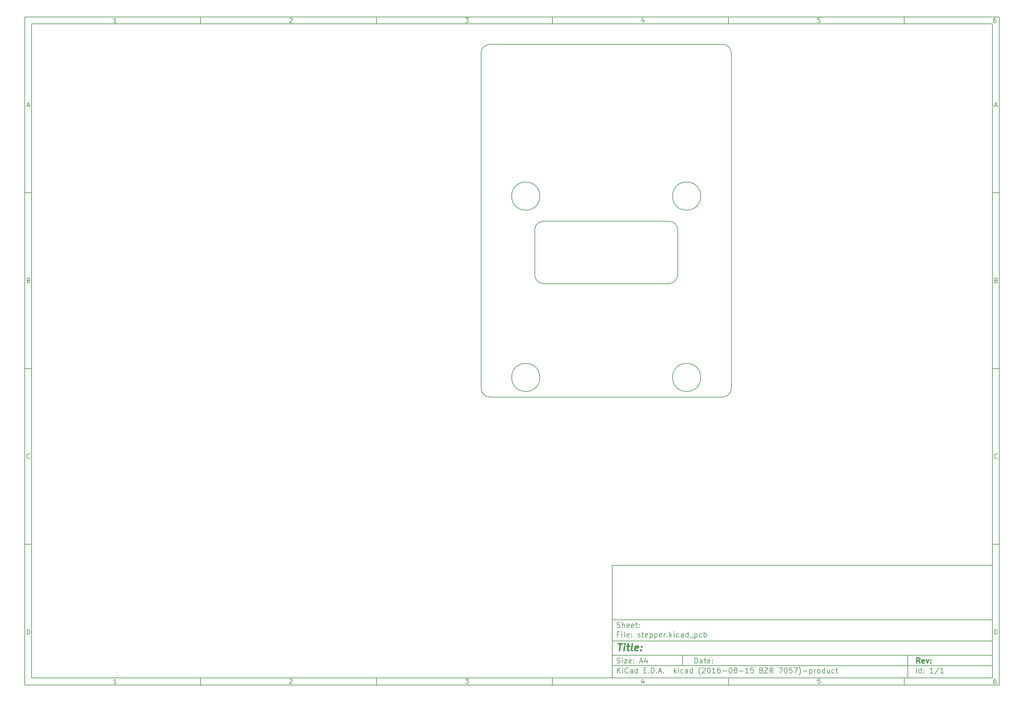
<source format=gbr>
G04 #@! TF.FileFunction,Other,Comment*
%FSLAX46Y46*%
G04 Gerber Fmt 4.6, Leading zero omitted, Abs format (unit mm)*
G04 Created by KiCad (PCBNEW (2016-08-15 BZR 7057)-product) date Tue Nov  8 12:42:18 2016*
%MOMM*%
%LPD*%
G01*
G04 APERTURE LIST*
%ADD10C,0.100000*%
%ADD11C,0.150000*%
%ADD12C,0.300000*%
%ADD13C,0.400000*%
G04 APERTURE END LIST*
D10*
D11*
X177002200Y-166007200D02*
X177002200Y-198007200D01*
X285002200Y-198007200D01*
X285002200Y-166007200D01*
X177002200Y-166007200D01*
D10*
D11*
X10000000Y-10000000D02*
X10000000Y-200007200D01*
X287002200Y-200007200D01*
X287002200Y-10000000D01*
X10000000Y-10000000D01*
D10*
D11*
X12000000Y-12000000D02*
X12000000Y-198007200D01*
X285002200Y-198007200D01*
X285002200Y-12000000D01*
X12000000Y-12000000D01*
D10*
D11*
X60000000Y-12000000D02*
X60000000Y-10000000D01*
D10*
D11*
X110000000Y-12000000D02*
X110000000Y-10000000D01*
D10*
D11*
X160000000Y-12000000D02*
X160000000Y-10000000D01*
D10*
D11*
X210000000Y-12000000D02*
X210000000Y-10000000D01*
D10*
D11*
X260000000Y-12000000D02*
X260000000Y-10000000D01*
D10*
D11*
X36065476Y-11588095D02*
X35322619Y-11588095D01*
X35694047Y-11588095D02*
X35694047Y-10288095D01*
X35570238Y-10473809D01*
X35446428Y-10597619D01*
X35322619Y-10659523D01*
D10*
D11*
X85322619Y-10411904D02*
X85384523Y-10350000D01*
X85508333Y-10288095D01*
X85817857Y-10288095D01*
X85941666Y-10350000D01*
X86003571Y-10411904D01*
X86065476Y-10535714D01*
X86065476Y-10659523D01*
X86003571Y-10845238D01*
X85260714Y-11588095D01*
X86065476Y-11588095D01*
D10*
D11*
X135260714Y-10288095D02*
X136065476Y-10288095D01*
X135632142Y-10783333D01*
X135817857Y-10783333D01*
X135941666Y-10845238D01*
X136003571Y-10907142D01*
X136065476Y-11030952D01*
X136065476Y-11340476D01*
X136003571Y-11464285D01*
X135941666Y-11526190D01*
X135817857Y-11588095D01*
X135446428Y-11588095D01*
X135322619Y-11526190D01*
X135260714Y-11464285D01*
D10*
D11*
X185941666Y-10721428D02*
X185941666Y-11588095D01*
X185632142Y-10226190D02*
X185322619Y-11154761D01*
X186127380Y-11154761D01*
D10*
D11*
X236003571Y-10288095D02*
X235384523Y-10288095D01*
X235322619Y-10907142D01*
X235384523Y-10845238D01*
X235508333Y-10783333D01*
X235817857Y-10783333D01*
X235941666Y-10845238D01*
X236003571Y-10907142D01*
X236065476Y-11030952D01*
X236065476Y-11340476D01*
X236003571Y-11464285D01*
X235941666Y-11526190D01*
X235817857Y-11588095D01*
X235508333Y-11588095D01*
X235384523Y-11526190D01*
X235322619Y-11464285D01*
D10*
D11*
X285941666Y-10288095D02*
X285694047Y-10288095D01*
X285570238Y-10350000D01*
X285508333Y-10411904D01*
X285384523Y-10597619D01*
X285322619Y-10845238D01*
X285322619Y-11340476D01*
X285384523Y-11464285D01*
X285446428Y-11526190D01*
X285570238Y-11588095D01*
X285817857Y-11588095D01*
X285941666Y-11526190D01*
X286003571Y-11464285D01*
X286065476Y-11340476D01*
X286065476Y-11030952D01*
X286003571Y-10907142D01*
X285941666Y-10845238D01*
X285817857Y-10783333D01*
X285570238Y-10783333D01*
X285446428Y-10845238D01*
X285384523Y-10907142D01*
X285322619Y-11030952D01*
D10*
D11*
X60000000Y-198007200D02*
X60000000Y-200007200D01*
D10*
D11*
X110000000Y-198007200D02*
X110000000Y-200007200D01*
D10*
D11*
X160000000Y-198007200D02*
X160000000Y-200007200D01*
D10*
D11*
X210000000Y-198007200D02*
X210000000Y-200007200D01*
D10*
D11*
X260000000Y-198007200D02*
X260000000Y-200007200D01*
D10*
D11*
X36065476Y-199595295D02*
X35322619Y-199595295D01*
X35694047Y-199595295D02*
X35694047Y-198295295D01*
X35570238Y-198481009D01*
X35446428Y-198604819D01*
X35322619Y-198666723D01*
D10*
D11*
X85322619Y-198419104D02*
X85384523Y-198357200D01*
X85508333Y-198295295D01*
X85817857Y-198295295D01*
X85941666Y-198357200D01*
X86003571Y-198419104D01*
X86065476Y-198542914D01*
X86065476Y-198666723D01*
X86003571Y-198852438D01*
X85260714Y-199595295D01*
X86065476Y-199595295D01*
D10*
D11*
X135260714Y-198295295D02*
X136065476Y-198295295D01*
X135632142Y-198790533D01*
X135817857Y-198790533D01*
X135941666Y-198852438D01*
X136003571Y-198914342D01*
X136065476Y-199038152D01*
X136065476Y-199347676D01*
X136003571Y-199471485D01*
X135941666Y-199533390D01*
X135817857Y-199595295D01*
X135446428Y-199595295D01*
X135322619Y-199533390D01*
X135260714Y-199471485D01*
D10*
D11*
X185941666Y-198728628D02*
X185941666Y-199595295D01*
X185632142Y-198233390D02*
X185322619Y-199161961D01*
X186127380Y-199161961D01*
D10*
D11*
X236003571Y-198295295D02*
X235384523Y-198295295D01*
X235322619Y-198914342D01*
X235384523Y-198852438D01*
X235508333Y-198790533D01*
X235817857Y-198790533D01*
X235941666Y-198852438D01*
X236003571Y-198914342D01*
X236065476Y-199038152D01*
X236065476Y-199347676D01*
X236003571Y-199471485D01*
X235941666Y-199533390D01*
X235817857Y-199595295D01*
X235508333Y-199595295D01*
X235384523Y-199533390D01*
X235322619Y-199471485D01*
D10*
D11*
X285941666Y-198295295D02*
X285694047Y-198295295D01*
X285570238Y-198357200D01*
X285508333Y-198419104D01*
X285384523Y-198604819D01*
X285322619Y-198852438D01*
X285322619Y-199347676D01*
X285384523Y-199471485D01*
X285446428Y-199533390D01*
X285570238Y-199595295D01*
X285817857Y-199595295D01*
X285941666Y-199533390D01*
X286003571Y-199471485D01*
X286065476Y-199347676D01*
X286065476Y-199038152D01*
X286003571Y-198914342D01*
X285941666Y-198852438D01*
X285817857Y-198790533D01*
X285570238Y-198790533D01*
X285446428Y-198852438D01*
X285384523Y-198914342D01*
X285322619Y-199038152D01*
D10*
D11*
X10000000Y-60000000D02*
X12000000Y-60000000D01*
D10*
D11*
X10000000Y-110000000D02*
X12000000Y-110000000D01*
D10*
D11*
X10000000Y-160000000D02*
X12000000Y-160000000D01*
D10*
D11*
X10690476Y-35216666D02*
X11309523Y-35216666D01*
X10566666Y-35588095D02*
X11000000Y-34288095D01*
X11433333Y-35588095D01*
D10*
D11*
X11092857Y-84907142D02*
X11278571Y-84969047D01*
X11340476Y-85030952D01*
X11402380Y-85154761D01*
X11402380Y-85340476D01*
X11340476Y-85464285D01*
X11278571Y-85526190D01*
X11154761Y-85588095D01*
X10659523Y-85588095D01*
X10659523Y-84288095D01*
X11092857Y-84288095D01*
X11216666Y-84350000D01*
X11278571Y-84411904D01*
X11340476Y-84535714D01*
X11340476Y-84659523D01*
X11278571Y-84783333D01*
X11216666Y-84845238D01*
X11092857Y-84907142D01*
X10659523Y-84907142D01*
D10*
D11*
X11402380Y-135464285D02*
X11340476Y-135526190D01*
X11154761Y-135588095D01*
X11030952Y-135588095D01*
X10845238Y-135526190D01*
X10721428Y-135402380D01*
X10659523Y-135278571D01*
X10597619Y-135030952D01*
X10597619Y-134845238D01*
X10659523Y-134597619D01*
X10721428Y-134473809D01*
X10845238Y-134350000D01*
X11030952Y-134288095D01*
X11154761Y-134288095D01*
X11340476Y-134350000D01*
X11402380Y-134411904D01*
D10*
D11*
X10659523Y-185588095D02*
X10659523Y-184288095D01*
X10969047Y-184288095D01*
X11154761Y-184350000D01*
X11278571Y-184473809D01*
X11340476Y-184597619D01*
X11402380Y-184845238D01*
X11402380Y-185030952D01*
X11340476Y-185278571D01*
X11278571Y-185402380D01*
X11154761Y-185526190D01*
X10969047Y-185588095D01*
X10659523Y-185588095D01*
D10*
D11*
X287002200Y-60000000D02*
X285002200Y-60000000D01*
D10*
D11*
X287002200Y-110000000D02*
X285002200Y-110000000D01*
D10*
D11*
X287002200Y-160000000D02*
X285002200Y-160000000D01*
D10*
D11*
X285692676Y-35216666D02*
X286311723Y-35216666D01*
X285568866Y-35588095D02*
X286002200Y-34288095D01*
X286435533Y-35588095D01*
D10*
D11*
X286095057Y-84907142D02*
X286280771Y-84969047D01*
X286342676Y-85030952D01*
X286404580Y-85154761D01*
X286404580Y-85340476D01*
X286342676Y-85464285D01*
X286280771Y-85526190D01*
X286156961Y-85588095D01*
X285661723Y-85588095D01*
X285661723Y-84288095D01*
X286095057Y-84288095D01*
X286218866Y-84350000D01*
X286280771Y-84411904D01*
X286342676Y-84535714D01*
X286342676Y-84659523D01*
X286280771Y-84783333D01*
X286218866Y-84845238D01*
X286095057Y-84907142D01*
X285661723Y-84907142D01*
D10*
D11*
X286404580Y-135464285D02*
X286342676Y-135526190D01*
X286156961Y-135588095D01*
X286033152Y-135588095D01*
X285847438Y-135526190D01*
X285723628Y-135402380D01*
X285661723Y-135278571D01*
X285599819Y-135030952D01*
X285599819Y-134845238D01*
X285661723Y-134597619D01*
X285723628Y-134473809D01*
X285847438Y-134350000D01*
X286033152Y-134288095D01*
X286156961Y-134288095D01*
X286342676Y-134350000D01*
X286404580Y-134411904D01*
D10*
D11*
X285661723Y-185588095D02*
X285661723Y-184288095D01*
X285971247Y-184288095D01*
X286156961Y-184350000D01*
X286280771Y-184473809D01*
X286342676Y-184597619D01*
X286404580Y-184845238D01*
X286404580Y-185030952D01*
X286342676Y-185278571D01*
X286280771Y-185402380D01*
X286156961Y-185526190D01*
X285971247Y-185588095D01*
X285661723Y-185588095D01*
D10*
D11*
X200434342Y-193785771D02*
X200434342Y-192285771D01*
X200791485Y-192285771D01*
X201005771Y-192357200D01*
X201148628Y-192500057D01*
X201220057Y-192642914D01*
X201291485Y-192928628D01*
X201291485Y-193142914D01*
X201220057Y-193428628D01*
X201148628Y-193571485D01*
X201005771Y-193714342D01*
X200791485Y-193785771D01*
X200434342Y-193785771D01*
X202577200Y-193785771D02*
X202577200Y-193000057D01*
X202505771Y-192857200D01*
X202362914Y-192785771D01*
X202077200Y-192785771D01*
X201934342Y-192857200D01*
X202577200Y-193714342D02*
X202434342Y-193785771D01*
X202077200Y-193785771D01*
X201934342Y-193714342D01*
X201862914Y-193571485D01*
X201862914Y-193428628D01*
X201934342Y-193285771D01*
X202077200Y-193214342D01*
X202434342Y-193214342D01*
X202577200Y-193142914D01*
X203077200Y-192785771D02*
X203648628Y-192785771D01*
X203291485Y-192285771D02*
X203291485Y-193571485D01*
X203362914Y-193714342D01*
X203505771Y-193785771D01*
X203648628Y-193785771D01*
X204720057Y-193714342D02*
X204577200Y-193785771D01*
X204291485Y-193785771D01*
X204148628Y-193714342D01*
X204077200Y-193571485D01*
X204077200Y-193000057D01*
X204148628Y-192857200D01*
X204291485Y-192785771D01*
X204577200Y-192785771D01*
X204720057Y-192857200D01*
X204791485Y-193000057D01*
X204791485Y-193142914D01*
X204077200Y-193285771D01*
X205434342Y-193642914D02*
X205505771Y-193714342D01*
X205434342Y-193785771D01*
X205362914Y-193714342D01*
X205434342Y-193642914D01*
X205434342Y-193785771D01*
X205434342Y-192857200D02*
X205505771Y-192928628D01*
X205434342Y-193000057D01*
X205362914Y-192928628D01*
X205434342Y-192857200D01*
X205434342Y-193000057D01*
D10*
D11*
X177002200Y-194507200D02*
X285002200Y-194507200D01*
D10*
D11*
X178434342Y-196585771D02*
X178434342Y-195085771D01*
X179291485Y-196585771D02*
X178648628Y-195728628D01*
X179291485Y-195085771D02*
X178434342Y-195942914D01*
X179934342Y-196585771D02*
X179934342Y-195585771D01*
X179934342Y-195085771D02*
X179862914Y-195157200D01*
X179934342Y-195228628D01*
X180005771Y-195157200D01*
X179934342Y-195085771D01*
X179934342Y-195228628D01*
X181505771Y-196442914D02*
X181434342Y-196514342D01*
X181220057Y-196585771D01*
X181077200Y-196585771D01*
X180862914Y-196514342D01*
X180720057Y-196371485D01*
X180648628Y-196228628D01*
X180577200Y-195942914D01*
X180577200Y-195728628D01*
X180648628Y-195442914D01*
X180720057Y-195300057D01*
X180862914Y-195157200D01*
X181077200Y-195085771D01*
X181220057Y-195085771D01*
X181434342Y-195157200D01*
X181505771Y-195228628D01*
X182791485Y-196585771D02*
X182791485Y-195800057D01*
X182720057Y-195657200D01*
X182577200Y-195585771D01*
X182291485Y-195585771D01*
X182148628Y-195657200D01*
X182791485Y-196514342D02*
X182648628Y-196585771D01*
X182291485Y-196585771D01*
X182148628Y-196514342D01*
X182077200Y-196371485D01*
X182077200Y-196228628D01*
X182148628Y-196085771D01*
X182291485Y-196014342D01*
X182648628Y-196014342D01*
X182791485Y-195942914D01*
X184148628Y-196585771D02*
X184148628Y-195085771D01*
X184148628Y-196514342D02*
X184005771Y-196585771D01*
X183720057Y-196585771D01*
X183577200Y-196514342D01*
X183505771Y-196442914D01*
X183434342Y-196300057D01*
X183434342Y-195871485D01*
X183505771Y-195728628D01*
X183577200Y-195657200D01*
X183720057Y-195585771D01*
X184005771Y-195585771D01*
X184148628Y-195657200D01*
X186005771Y-195800057D02*
X186505771Y-195800057D01*
X186720057Y-196585771D02*
X186005771Y-196585771D01*
X186005771Y-195085771D01*
X186720057Y-195085771D01*
X187362914Y-196442914D02*
X187434342Y-196514342D01*
X187362914Y-196585771D01*
X187291485Y-196514342D01*
X187362914Y-196442914D01*
X187362914Y-196585771D01*
X188077200Y-196585771D02*
X188077200Y-195085771D01*
X188434342Y-195085771D01*
X188648628Y-195157200D01*
X188791485Y-195300057D01*
X188862914Y-195442914D01*
X188934342Y-195728628D01*
X188934342Y-195942914D01*
X188862914Y-196228628D01*
X188791485Y-196371485D01*
X188648628Y-196514342D01*
X188434342Y-196585771D01*
X188077200Y-196585771D01*
X189577200Y-196442914D02*
X189648628Y-196514342D01*
X189577200Y-196585771D01*
X189505771Y-196514342D01*
X189577200Y-196442914D01*
X189577200Y-196585771D01*
X190220057Y-196157200D02*
X190934342Y-196157200D01*
X190077200Y-196585771D02*
X190577200Y-195085771D01*
X191077200Y-196585771D01*
X191577200Y-196442914D02*
X191648628Y-196514342D01*
X191577200Y-196585771D01*
X191505771Y-196514342D01*
X191577200Y-196442914D01*
X191577200Y-196585771D01*
X194577200Y-196585771D02*
X194577200Y-195085771D01*
X194720057Y-196014342D02*
X195148628Y-196585771D01*
X195148628Y-195585771D02*
X194577200Y-196157200D01*
X195791485Y-196585771D02*
X195791485Y-195585771D01*
X195791485Y-195085771D02*
X195720057Y-195157200D01*
X195791485Y-195228628D01*
X195862914Y-195157200D01*
X195791485Y-195085771D01*
X195791485Y-195228628D01*
X197148628Y-196514342D02*
X197005771Y-196585771D01*
X196720057Y-196585771D01*
X196577200Y-196514342D01*
X196505771Y-196442914D01*
X196434342Y-196300057D01*
X196434342Y-195871485D01*
X196505771Y-195728628D01*
X196577200Y-195657200D01*
X196720057Y-195585771D01*
X197005771Y-195585771D01*
X197148628Y-195657200D01*
X198434342Y-196585771D02*
X198434342Y-195800057D01*
X198362914Y-195657200D01*
X198220057Y-195585771D01*
X197934342Y-195585771D01*
X197791485Y-195657200D01*
X198434342Y-196514342D02*
X198291485Y-196585771D01*
X197934342Y-196585771D01*
X197791485Y-196514342D01*
X197720057Y-196371485D01*
X197720057Y-196228628D01*
X197791485Y-196085771D01*
X197934342Y-196014342D01*
X198291485Y-196014342D01*
X198434342Y-195942914D01*
X199791485Y-196585771D02*
X199791485Y-195085771D01*
X199791485Y-196514342D02*
X199648628Y-196585771D01*
X199362914Y-196585771D01*
X199220057Y-196514342D01*
X199148628Y-196442914D01*
X199077200Y-196300057D01*
X199077200Y-195871485D01*
X199148628Y-195728628D01*
X199220057Y-195657200D01*
X199362914Y-195585771D01*
X199648628Y-195585771D01*
X199791485Y-195657200D01*
X202077200Y-197157200D02*
X202005771Y-197085771D01*
X201862914Y-196871485D01*
X201791485Y-196728628D01*
X201720057Y-196514342D01*
X201648628Y-196157200D01*
X201648628Y-195871485D01*
X201720057Y-195514342D01*
X201791485Y-195300057D01*
X201862914Y-195157200D01*
X202005771Y-194942914D01*
X202077200Y-194871485D01*
X202577200Y-195228628D02*
X202648628Y-195157200D01*
X202791485Y-195085771D01*
X203148628Y-195085771D01*
X203291485Y-195157200D01*
X203362914Y-195228628D01*
X203434342Y-195371485D01*
X203434342Y-195514342D01*
X203362914Y-195728628D01*
X202505771Y-196585771D01*
X203434342Y-196585771D01*
X204362914Y-195085771D02*
X204505771Y-195085771D01*
X204648628Y-195157200D01*
X204720057Y-195228628D01*
X204791485Y-195371485D01*
X204862914Y-195657200D01*
X204862914Y-196014342D01*
X204791485Y-196300057D01*
X204720057Y-196442914D01*
X204648628Y-196514342D01*
X204505771Y-196585771D01*
X204362914Y-196585771D01*
X204220057Y-196514342D01*
X204148628Y-196442914D01*
X204077200Y-196300057D01*
X204005771Y-196014342D01*
X204005771Y-195657200D01*
X204077200Y-195371485D01*
X204148628Y-195228628D01*
X204220057Y-195157200D01*
X204362914Y-195085771D01*
X206291485Y-196585771D02*
X205434342Y-196585771D01*
X205862914Y-196585771D02*
X205862914Y-195085771D01*
X205720057Y-195300057D01*
X205577200Y-195442914D01*
X205434342Y-195514342D01*
X207577200Y-195085771D02*
X207291485Y-195085771D01*
X207148628Y-195157200D01*
X207077200Y-195228628D01*
X206934342Y-195442914D01*
X206862914Y-195728628D01*
X206862914Y-196300057D01*
X206934342Y-196442914D01*
X207005771Y-196514342D01*
X207148628Y-196585771D01*
X207434342Y-196585771D01*
X207577200Y-196514342D01*
X207648628Y-196442914D01*
X207720057Y-196300057D01*
X207720057Y-195942914D01*
X207648628Y-195800057D01*
X207577200Y-195728628D01*
X207434342Y-195657200D01*
X207148628Y-195657200D01*
X207005771Y-195728628D01*
X206934342Y-195800057D01*
X206862914Y-195942914D01*
X208362914Y-196014342D02*
X209505771Y-196014342D01*
X210505771Y-195085771D02*
X210648628Y-195085771D01*
X210791485Y-195157200D01*
X210862914Y-195228628D01*
X210934342Y-195371485D01*
X211005771Y-195657200D01*
X211005771Y-196014342D01*
X210934342Y-196300057D01*
X210862914Y-196442914D01*
X210791485Y-196514342D01*
X210648628Y-196585771D01*
X210505771Y-196585771D01*
X210362914Y-196514342D01*
X210291485Y-196442914D01*
X210220057Y-196300057D01*
X210148628Y-196014342D01*
X210148628Y-195657200D01*
X210220057Y-195371485D01*
X210291485Y-195228628D01*
X210362914Y-195157200D01*
X210505771Y-195085771D01*
X211862914Y-195728628D02*
X211720057Y-195657200D01*
X211648628Y-195585771D01*
X211577200Y-195442914D01*
X211577200Y-195371485D01*
X211648628Y-195228628D01*
X211720057Y-195157200D01*
X211862914Y-195085771D01*
X212148628Y-195085771D01*
X212291485Y-195157200D01*
X212362914Y-195228628D01*
X212434342Y-195371485D01*
X212434342Y-195442914D01*
X212362914Y-195585771D01*
X212291485Y-195657200D01*
X212148628Y-195728628D01*
X211862914Y-195728628D01*
X211720057Y-195800057D01*
X211648628Y-195871485D01*
X211577200Y-196014342D01*
X211577200Y-196300057D01*
X211648628Y-196442914D01*
X211720057Y-196514342D01*
X211862914Y-196585771D01*
X212148628Y-196585771D01*
X212291485Y-196514342D01*
X212362914Y-196442914D01*
X212434342Y-196300057D01*
X212434342Y-196014342D01*
X212362914Y-195871485D01*
X212291485Y-195800057D01*
X212148628Y-195728628D01*
X213077200Y-196014342D02*
X214220057Y-196014342D01*
X215720057Y-196585771D02*
X214862914Y-196585771D01*
X215291485Y-196585771D02*
X215291485Y-195085771D01*
X215148628Y-195300057D01*
X215005771Y-195442914D01*
X214862914Y-195514342D01*
X217077200Y-195085771D02*
X216362914Y-195085771D01*
X216291485Y-195800057D01*
X216362914Y-195728628D01*
X216505771Y-195657200D01*
X216862914Y-195657200D01*
X217005771Y-195728628D01*
X217077200Y-195800057D01*
X217148628Y-195942914D01*
X217148628Y-196300057D01*
X217077200Y-196442914D01*
X217005771Y-196514342D01*
X216862914Y-196585771D01*
X216505771Y-196585771D01*
X216362914Y-196514342D01*
X216291485Y-196442914D01*
X219434342Y-195800057D02*
X219648628Y-195871485D01*
X219720057Y-195942914D01*
X219791485Y-196085771D01*
X219791485Y-196300057D01*
X219720057Y-196442914D01*
X219648628Y-196514342D01*
X219505771Y-196585771D01*
X218934342Y-196585771D01*
X218934342Y-195085771D01*
X219434342Y-195085771D01*
X219577200Y-195157200D01*
X219648628Y-195228628D01*
X219720057Y-195371485D01*
X219720057Y-195514342D01*
X219648628Y-195657200D01*
X219577200Y-195728628D01*
X219434342Y-195800057D01*
X218934342Y-195800057D01*
X220291485Y-195085771D02*
X221291485Y-195085771D01*
X220291485Y-196585771D01*
X221291485Y-196585771D01*
X222720057Y-196585771D02*
X222220057Y-195871485D01*
X221862914Y-196585771D02*
X221862914Y-195085771D01*
X222434342Y-195085771D01*
X222577200Y-195157200D01*
X222648628Y-195228628D01*
X222720057Y-195371485D01*
X222720057Y-195585771D01*
X222648628Y-195728628D01*
X222577200Y-195800057D01*
X222434342Y-195871485D01*
X221862914Y-195871485D01*
X224362914Y-195085771D02*
X225362914Y-195085771D01*
X224720057Y-196585771D01*
X226220057Y-195085771D02*
X226362914Y-195085771D01*
X226505771Y-195157200D01*
X226577200Y-195228628D01*
X226648628Y-195371485D01*
X226720057Y-195657200D01*
X226720057Y-196014342D01*
X226648628Y-196300057D01*
X226577200Y-196442914D01*
X226505771Y-196514342D01*
X226362914Y-196585771D01*
X226220057Y-196585771D01*
X226077200Y-196514342D01*
X226005771Y-196442914D01*
X225934342Y-196300057D01*
X225862914Y-196014342D01*
X225862914Y-195657200D01*
X225934342Y-195371485D01*
X226005771Y-195228628D01*
X226077200Y-195157200D01*
X226220057Y-195085771D01*
X228077200Y-195085771D02*
X227362914Y-195085771D01*
X227291485Y-195800057D01*
X227362914Y-195728628D01*
X227505771Y-195657200D01*
X227862914Y-195657200D01*
X228005771Y-195728628D01*
X228077200Y-195800057D01*
X228148628Y-195942914D01*
X228148628Y-196300057D01*
X228077200Y-196442914D01*
X228005771Y-196514342D01*
X227862914Y-196585771D01*
X227505771Y-196585771D01*
X227362914Y-196514342D01*
X227291485Y-196442914D01*
X228648628Y-195085771D02*
X229648628Y-195085771D01*
X229005771Y-196585771D01*
X230077199Y-197157200D02*
X230148628Y-197085771D01*
X230291485Y-196871485D01*
X230362914Y-196728628D01*
X230434342Y-196514342D01*
X230505771Y-196157200D01*
X230505771Y-195871485D01*
X230434342Y-195514342D01*
X230362914Y-195300057D01*
X230291485Y-195157200D01*
X230148628Y-194942914D01*
X230077199Y-194871485D01*
X231220057Y-196014342D02*
X232362914Y-196014342D01*
X233077199Y-195585771D02*
X233077199Y-197085771D01*
X233077199Y-195657200D02*
X233220057Y-195585771D01*
X233505771Y-195585771D01*
X233648628Y-195657200D01*
X233720057Y-195728628D01*
X233791485Y-195871485D01*
X233791485Y-196300057D01*
X233720057Y-196442914D01*
X233648628Y-196514342D01*
X233505771Y-196585771D01*
X233220057Y-196585771D01*
X233077199Y-196514342D01*
X234434342Y-196585771D02*
X234434342Y-195585771D01*
X234434342Y-195871485D02*
X234505771Y-195728628D01*
X234577199Y-195657200D01*
X234720057Y-195585771D01*
X234862914Y-195585771D01*
X235577199Y-196585771D02*
X235434342Y-196514342D01*
X235362914Y-196442914D01*
X235291485Y-196300057D01*
X235291485Y-195871485D01*
X235362914Y-195728628D01*
X235434342Y-195657200D01*
X235577199Y-195585771D01*
X235791485Y-195585771D01*
X235934342Y-195657200D01*
X236005771Y-195728628D01*
X236077199Y-195871485D01*
X236077199Y-196300057D01*
X236005771Y-196442914D01*
X235934342Y-196514342D01*
X235791485Y-196585771D01*
X235577199Y-196585771D01*
X237362914Y-196585771D02*
X237362914Y-195085771D01*
X237362914Y-196514342D02*
X237220057Y-196585771D01*
X236934342Y-196585771D01*
X236791485Y-196514342D01*
X236720057Y-196442914D01*
X236648628Y-196300057D01*
X236648628Y-195871485D01*
X236720057Y-195728628D01*
X236791485Y-195657200D01*
X236934342Y-195585771D01*
X237220057Y-195585771D01*
X237362914Y-195657200D01*
X238720057Y-195585771D02*
X238720057Y-196585771D01*
X238077199Y-195585771D02*
X238077199Y-196371485D01*
X238148628Y-196514342D01*
X238291485Y-196585771D01*
X238505771Y-196585771D01*
X238648628Y-196514342D01*
X238720057Y-196442914D01*
X240077199Y-196514342D02*
X239934342Y-196585771D01*
X239648628Y-196585771D01*
X239505771Y-196514342D01*
X239434342Y-196442914D01*
X239362914Y-196300057D01*
X239362914Y-195871485D01*
X239434342Y-195728628D01*
X239505771Y-195657200D01*
X239648628Y-195585771D01*
X239934342Y-195585771D01*
X240077199Y-195657200D01*
X240505771Y-195585771D02*
X241077199Y-195585771D01*
X240720057Y-195085771D02*
X240720057Y-196371485D01*
X240791485Y-196514342D01*
X240934342Y-196585771D01*
X241077199Y-196585771D01*
D10*
D11*
X177002200Y-191507200D02*
X285002200Y-191507200D01*
D10*
D12*
X264411485Y-193785771D02*
X263911485Y-193071485D01*
X263554342Y-193785771D02*
X263554342Y-192285771D01*
X264125771Y-192285771D01*
X264268628Y-192357200D01*
X264340057Y-192428628D01*
X264411485Y-192571485D01*
X264411485Y-192785771D01*
X264340057Y-192928628D01*
X264268628Y-193000057D01*
X264125771Y-193071485D01*
X263554342Y-193071485D01*
X265625771Y-193714342D02*
X265482914Y-193785771D01*
X265197200Y-193785771D01*
X265054342Y-193714342D01*
X264982914Y-193571485D01*
X264982914Y-193000057D01*
X265054342Y-192857200D01*
X265197200Y-192785771D01*
X265482914Y-192785771D01*
X265625771Y-192857200D01*
X265697200Y-193000057D01*
X265697200Y-193142914D01*
X264982914Y-193285771D01*
X266197200Y-192785771D02*
X266554342Y-193785771D01*
X266911485Y-192785771D01*
X267482914Y-193642914D02*
X267554342Y-193714342D01*
X267482914Y-193785771D01*
X267411485Y-193714342D01*
X267482914Y-193642914D01*
X267482914Y-193785771D01*
X267482914Y-192857200D02*
X267554342Y-192928628D01*
X267482914Y-193000057D01*
X267411485Y-192928628D01*
X267482914Y-192857200D01*
X267482914Y-193000057D01*
D10*
D11*
X178362914Y-193714342D02*
X178577200Y-193785771D01*
X178934342Y-193785771D01*
X179077200Y-193714342D01*
X179148628Y-193642914D01*
X179220057Y-193500057D01*
X179220057Y-193357200D01*
X179148628Y-193214342D01*
X179077200Y-193142914D01*
X178934342Y-193071485D01*
X178648628Y-193000057D01*
X178505771Y-192928628D01*
X178434342Y-192857200D01*
X178362914Y-192714342D01*
X178362914Y-192571485D01*
X178434342Y-192428628D01*
X178505771Y-192357200D01*
X178648628Y-192285771D01*
X179005771Y-192285771D01*
X179220057Y-192357200D01*
X179862914Y-193785771D02*
X179862914Y-192785771D01*
X179862914Y-192285771D02*
X179791485Y-192357200D01*
X179862914Y-192428628D01*
X179934342Y-192357200D01*
X179862914Y-192285771D01*
X179862914Y-192428628D01*
X180434342Y-192785771D02*
X181220057Y-192785771D01*
X180434342Y-193785771D01*
X181220057Y-193785771D01*
X182362914Y-193714342D02*
X182220057Y-193785771D01*
X181934342Y-193785771D01*
X181791485Y-193714342D01*
X181720057Y-193571485D01*
X181720057Y-193000057D01*
X181791485Y-192857200D01*
X181934342Y-192785771D01*
X182220057Y-192785771D01*
X182362914Y-192857200D01*
X182434342Y-193000057D01*
X182434342Y-193142914D01*
X181720057Y-193285771D01*
X183077200Y-193642914D02*
X183148628Y-193714342D01*
X183077200Y-193785771D01*
X183005771Y-193714342D01*
X183077200Y-193642914D01*
X183077200Y-193785771D01*
X183077200Y-192857200D02*
X183148628Y-192928628D01*
X183077200Y-193000057D01*
X183005771Y-192928628D01*
X183077200Y-192857200D01*
X183077200Y-193000057D01*
X184862914Y-193357200D02*
X185577200Y-193357200D01*
X184720057Y-193785771D02*
X185220057Y-192285771D01*
X185720057Y-193785771D01*
X186862914Y-192785771D02*
X186862914Y-193785771D01*
X186505771Y-192214342D02*
X186148628Y-193285771D01*
X187077200Y-193285771D01*
D10*
D11*
X263434342Y-196585771D02*
X263434342Y-195085771D01*
X264791485Y-196585771D02*
X264791485Y-195085771D01*
X264791485Y-196514342D02*
X264648628Y-196585771D01*
X264362914Y-196585771D01*
X264220057Y-196514342D01*
X264148628Y-196442914D01*
X264077200Y-196300057D01*
X264077200Y-195871485D01*
X264148628Y-195728628D01*
X264220057Y-195657200D01*
X264362914Y-195585771D01*
X264648628Y-195585771D01*
X264791485Y-195657200D01*
X265505771Y-196442914D02*
X265577200Y-196514342D01*
X265505771Y-196585771D01*
X265434342Y-196514342D01*
X265505771Y-196442914D01*
X265505771Y-196585771D01*
X265505771Y-195657200D02*
X265577200Y-195728628D01*
X265505771Y-195800057D01*
X265434342Y-195728628D01*
X265505771Y-195657200D01*
X265505771Y-195800057D01*
X268148628Y-196585771D02*
X267291485Y-196585771D01*
X267720057Y-196585771D02*
X267720057Y-195085771D01*
X267577200Y-195300057D01*
X267434342Y-195442914D01*
X267291485Y-195514342D01*
X269862914Y-195014342D02*
X268577200Y-196942914D01*
X271148628Y-196585771D02*
X270291485Y-196585771D01*
X270720057Y-196585771D02*
X270720057Y-195085771D01*
X270577200Y-195300057D01*
X270434342Y-195442914D01*
X270291485Y-195514342D01*
D10*
D11*
X177002200Y-187507200D02*
X285002200Y-187507200D01*
D10*
D13*
X178714580Y-188211961D02*
X179857438Y-188211961D01*
X179036009Y-190211961D02*
X179286009Y-188211961D01*
X180274104Y-190211961D02*
X180440771Y-188878628D01*
X180524104Y-188211961D02*
X180416961Y-188307200D01*
X180500295Y-188402438D01*
X180607438Y-188307200D01*
X180524104Y-188211961D01*
X180500295Y-188402438D01*
X181107438Y-188878628D02*
X181869342Y-188878628D01*
X181476485Y-188211961D02*
X181262200Y-189926247D01*
X181333628Y-190116723D01*
X181512200Y-190211961D01*
X181702676Y-190211961D01*
X182655057Y-190211961D02*
X182476485Y-190116723D01*
X182405057Y-189926247D01*
X182619342Y-188211961D01*
X184190771Y-190116723D02*
X183988390Y-190211961D01*
X183607438Y-190211961D01*
X183428866Y-190116723D01*
X183357438Y-189926247D01*
X183452676Y-189164342D01*
X183571723Y-188973866D01*
X183774104Y-188878628D01*
X184155057Y-188878628D01*
X184333628Y-188973866D01*
X184405057Y-189164342D01*
X184381247Y-189354819D01*
X183405057Y-189545295D01*
X185155057Y-190021485D02*
X185238390Y-190116723D01*
X185131247Y-190211961D01*
X185047914Y-190116723D01*
X185155057Y-190021485D01*
X185131247Y-190211961D01*
X185286009Y-188973866D02*
X185369342Y-189069104D01*
X185262200Y-189164342D01*
X185178866Y-189069104D01*
X185286009Y-188973866D01*
X185262200Y-189164342D01*
D10*
D11*
X178934342Y-185600057D02*
X178434342Y-185600057D01*
X178434342Y-186385771D02*
X178434342Y-184885771D01*
X179148628Y-184885771D01*
X179720057Y-186385771D02*
X179720057Y-185385771D01*
X179720057Y-184885771D02*
X179648628Y-184957200D01*
X179720057Y-185028628D01*
X179791485Y-184957200D01*
X179720057Y-184885771D01*
X179720057Y-185028628D01*
X180648628Y-186385771D02*
X180505771Y-186314342D01*
X180434342Y-186171485D01*
X180434342Y-184885771D01*
X181791485Y-186314342D02*
X181648628Y-186385771D01*
X181362914Y-186385771D01*
X181220057Y-186314342D01*
X181148628Y-186171485D01*
X181148628Y-185600057D01*
X181220057Y-185457200D01*
X181362914Y-185385771D01*
X181648628Y-185385771D01*
X181791485Y-185457200D01*
X181862914Y-185600057D01*
X181862914Y-185742914D01*
X181148628Y-185885771D01*
X182505771Y-186242914D02*
X182577200Y-186314342D01*
X182505771Y-186385771D01*
X182434342Y-186314342D01*
X182505771Y-186242914D01*
X182505771Y-186385771D01*
X182505771Y-185457200D02*
X182577200Y-185528628D01*
X182505771Y-185600057D01*
X182434342Y-185528628D01*
X182505771Y-185457200D01*
X182505771Y-185600057D01*
X184291485Y-186314342D02*
X184434342Y-186385771D01*
X184720057Y-186385771D01*
X184862914Y-186314342D01*
X184934342Y-186171485D01*
X184934342Y-186100057D01*
X184862914Y-185957200D01*
X184720057Y-185885771D01*
X184505771Y-185885771D01*
X184362914Y-185814342D01*
X184291485Y-185671485D01*
X184291485Y-185600057D01*
X184362914Y-185457200D01*
X184505771Y-185385771D01*
X184720057Y-185385771D01*
X184862914Y-185457200D01*
X185362914Y-185385771D02*
X185934342Y-185385771D01*
X185577200Y-184885771D02*
X185577200Y-186171485D01*
X185648628Y-186314342D01*
X185791485Y-186385771D01*
X185934342Y-186385771D01*
X187005771Y-186314342D02*
X186862914Y-186385771D01*
X186577200Y-186385771D01*
X186434342Y-186314342D01*
X186362914Y-186171485D01*
X186362914Y-185600057D01*
X186434342Y-185457200D01*
X186577200Y-185385771D01*
X186862914Y-185385771D01*
X187005771Y-185457200D01*
X187077200Y-185600057D01*
X187077200Y-185742914D01*
X186362914Y-185885771D01*
X187720057Y-185385771D02*
X187720057Y-186885771D01*
X187720057Y-185457200D02*
X187862914Y-185385771D01*
X188148628Y-185385771D01*
X188291485Y-185457200D01*
X188362914Y-185528628D01*
X188434342Y-185671485D01*
X188434342Y-186100057D01*
X188362914Y-186242914D01*
X188291485Y-186314342D01*
X188148628Y-186385771D01*
X187862914Y-186385771D01*
X187720057Y-186314342D01*
X189077200Y-185385771D02*
X189077200Y-186885771D01*
X189077200Y-185457200D02*
X189220057Y-185385771D01*
X189505771Y-185385771D01*
X189648628Y-185457200D01*
X189720057Y-185528628D01*
X189791485Y-185671485D01*
X189791485Y-186100057D01*
X189720057Y-186242914D01*
X189648628Y-186314342D01*
X189505771Y-186385771D01*
X189220057Y-186385771D01*
X189077200Y-186314342D01*
X191005771Y-186314342D02*
X190862914Y-186385771D01*
X190577200Y-186385771D01*
X190434342Y-186314342D01*
X190362914Y-186171485D01*
X190362914Y-185600057D01*
X190434342Y-185457200D01*
X190577200Y-185385771D01*
X190862914Y-185385771D01*
X191005771Y-185457200D01*
X191077200Y-185600057D01*
X191077200Y-185742914D01*
X190362914Y-185885771D01*
X191720057Y-186385771D02*
X191720057Y-185385771D01*
X191720057Y-185671485D02*
X191791485Y-185528628D01*
X191862914Y-185457200D01*
X192005771Y-185385771D01*
X192148628Y-185385771D01*
X192648628Y-186242914D02*
X192720057Y-186314342D01*
X192648628Y-186385771D01*
X192577200Y-186314342D01*
X192648628Y-186242914D01*
X192648628Y-186385771D01*
X193362914Y-186385771D02*
X193362914Y-184885771D01*
X193505771Y-185814342D02*
X193934342Y-186385771D01*
X193934342Y-185385771D02*
X193362914Y-185957200D01*
X194577200Y-186385771D02*
X194577200Y-185385771D01*
X194577200Y-184885771D02*
X194505771Y-184957200D01*
X194577200Y-185028628D01*
X194648628Y-184957200D01*
X194577200Y-184885771D01*
X194577200Y-185028628D01*
X195934342Y-186314342D02*
X195791485Y-186385771D01*
X195505771Y-186385771D01*
X195362914Y-186314342D01*
X195291485Y-186242914D01*
X195220057Y-186100057D01*
X195220057Y-185671485D01*
X195291485Y-185528628D01*
X195362914Y-185457200D01*
X195505771Y-185385771D01*
X195791485Y-185385771D01*
X195934342Y-185457200D01*
X197220057Y-186385771D02*
X197220057Y-185600057D01*
X197148628Y-185457200D01*
X197005771Y-185385771D01*
X196720057Y-185385771D01*
X196577200Y-185457200D01*
X197220057Y-186314342D02*
X197077200Y-186385771D01*
X196720057Y-186385771D01*
X196577200Y-186314342D01*
X196505771Y-186171485D01*
X196505771Y-186028628D01*
X196577200Y-185885771D01*
X196720057Y-185814342D01*
X197077200Y-185814342D01*
X197220057Y-185742914D01*
X198577200Y-186385771D02*
X198577200Y-184885771D01*
X198577200Y-186314342D02*
X198434342Y-186385771D01*
X198148628Y-186385771D01*
X198005771Y-186314342D01*
X197934342Y-186242914D01*
X197862914Y-186100057D01*
X197862914Y-185671485D01*
X197934342Y-185528628D01*
X198005771Y-185457200D01*
X198148628Y-185385771D01*
X198434342Y-185385771D01*
X198577200Y-185457200D01*
X198934342Y-186528628D02*
X200077200Y-186528628D01*
X200434342Y-185385771D02*
X200434342Y-186885771D01*
X200434342Y-185457200D02*
X200577200Y-185385771D01*
X200862914Y-185385771D01*
X201005771Y-185457200D01*
X201077200Y-185528628D01*
X201148628Y-185671485D01*
X201148628Y-186100057D01*
X201077200Y-186242914D01*
X201005771Y-186314342D01*
X200862914Y-186385771D01*
X200577200Y-186385771D01*
X200434342Y-186314342D01*
X202434342Y-186314342D02*
X202291485Y-186385771D01*
X202005771Y-186385771D01*
X201862914Y-186314342D01*
X201791485Y-186242914D01*
X201720057Y-186100057D01*
X201720057Y-185671485D01*
X201791485Y-185528628D01*
X201862914Y-185457200D01*
X202005771Y-185385771D01*
X202291485Y-185385771D01*
X202434342Y-185457200D01*
X203077200Y-186385771D02*
X203077200Y-184885771D01*
X203077200Y-185457200D02*
X203220057Y-185385771D01*
X203505771Y-185385771D01*
X203648628Y-185457200D01*
X203720057Y-185528628D01*
X203791485Y-185671485D01*
X203791485Y-186100057D01*
X203720057Y-186242914D01*
X203648628Y-186314342D01*
X203505771Y-186385771D01*
X203220057Y-186385771D01*
X203077200Y-186314342D01*
D10*
D11*
X177002200Y-181507200D02*
X285002200Y-181507200D01*
D10*
D11*
X178362914Y-183614342D02*
X178577200Y-183685771D01*
X178934342Y-183685771D01*
X179077200Y-183614342D01*
X179148628Y-183542914D01*
X179220057Y-183400057D01*
X179220057Y-183257200D01*
X179148628Y-183114342D01*
X179077200Y-183042914D01*
X178934342Y-182971485D01*
X178648628Y-182900057D01*
X178505771Y-182828628D01*
X178434342Y-182757200D01*
X178362914Y-182614342D01*
X178362914Y-182471485D01*
X178434342Y-182328628D01*
X178505771Y-182257200D01*
X178648628Y-182185771D01*
X179005771Y-182185771D01*
X179220057Y-182257200D01*
X179862914Y-183685771D02*
X179862914Y-182185771D01*
X180505771Y-183685771D02*
X180505771Y-182900057D01*
X180434342Y-182757200D01*
X180291485Y-182685771D01*
X180077200Y-182685771D01*
X179934342Y-182757200D01*
X179862914Y-182828628D01*
X181791485Y-183614342D02*
X181648628Y-183685771D01*
X181362914Y-183685771D01*
X181220057Y-183614342D01*
X181148628Y-183471485D01*
X181148628Y-182900057D01*
X181220057Y-182757200D01*
X181362914Y-182685771D01*
X181648628Y-182685771D01*
X181791485Y-182757200D01*
X181862914Y-182900057D01*
X181862914Y-183042914D01*
X181148628Y-183185771D01*
X183077200Y-183614342D02*
X182934342Y-183685771D01*
X182648628Y-183685771D01*
X182505771Y-183614342D01*
X182434342Y-183471485D01*
X182434342Y-182900057D01*
X182505771Y-182757200D01*
X182648628Y-182685771D01*
X182934342Y-182685771D01*
X183077200Y-182757200D01*
X183148628Y-182900057D01*
X183148628Y-183042914D01*
X182434342Y-183185771D01*
X183577200Y-182685771D02*
X184148628Y-182685771D01*
X183791485Y-182185771D02*
X183791485Y-183471485D01*
X183862914Y-183614342D01*
X184005771Y-183685771D01*
X184148628Y-183685771D01*
X184648628Y-183542914D02*
X184720057Y-183614342D01*
X184648628Y-183685771D01*
X184577200Y-183614342D01*
X184648628Y-183542914D01*
X184648628Y-183685771D01*
X184648628Y-182757200D02*
X184720057Y-182828628D01*
X184648628Y-182900057D01*
X184577200Y-182828628D01*
X184648628Y-182757200D01*
X184648628Y-182900057D01*
D10*
D11*
X197002200Y-191507200D02*
X197002200Y-194507200D01*
D10*
D11*
X261002200Y-191507200D02*
X261002200Y-198007200D01*
X139700000Y-115570000D02*
G75*
G03X142240000Y-118110000I2540000J0D01*
G01*
X208280000Y-118110000D02*
G75*
G03X210820000Y-115570000I0J2540000D01*
G01*
X142240000Y-17780000D02*
G75*
G03X139700000Y-20320000I0J-2540000D01*
G01*
X210820000Y-115570000D02*
X210820000Y-20320000D01*
X210820000Y-20320000D02*
G75*
G03X208280000Y-17780000I-2540000J0D01*
G01*
X142240000Y-118110000D02*
X208280000Y-118110000D01*
X139700000Y-20320000D02*
X139700000Y-115570000D01*
X208280000Y-17780000D02*
X142240000Y-17780000D01*
X156400000Y-112522000D02*
G75*
G03X156400000Y-112522000I-4000000J0D01*
G01*
X202120000Y-112522000D02*
G75*
G03X202120000Y-112522000I-4000000J0D01*
G01*
X156400000Y-60960000D02*
G75*
G03X156400000Y-60960000I-4000000J0D01*
G01*
X202120000Y-60960000D02*
G75*
G03X202120000Y-60960000I-4000000J0D01*
G01*
X154940000Y-83312000D02*
G75*
G03X157480000Y-85852000I2540000J0D01*
G01*
X157480000Y-68072000D02*
G75*
G03X154940000Y-70612000I0J-2540000D01*
G01*
X193040000Y-85852000D02*
G75*
G03X195580000Y-83312000I0J2540000D01*
G01*
X195580000Y-70612000D02*
G75*
G03X193040000Y-68072000I-2540000J0D01*
G01*
X195580000Y-70612000D02*
X195580000Y-83312000D01*
X193040000Y-85852000D02*
X157480000Y-85852000D01*
X154940000Y-83312000D02*
X154940000Y-70612000D01*
X193040000Y-68072000D02*
X157480000Y-68072000D01*
M02*

</source>
